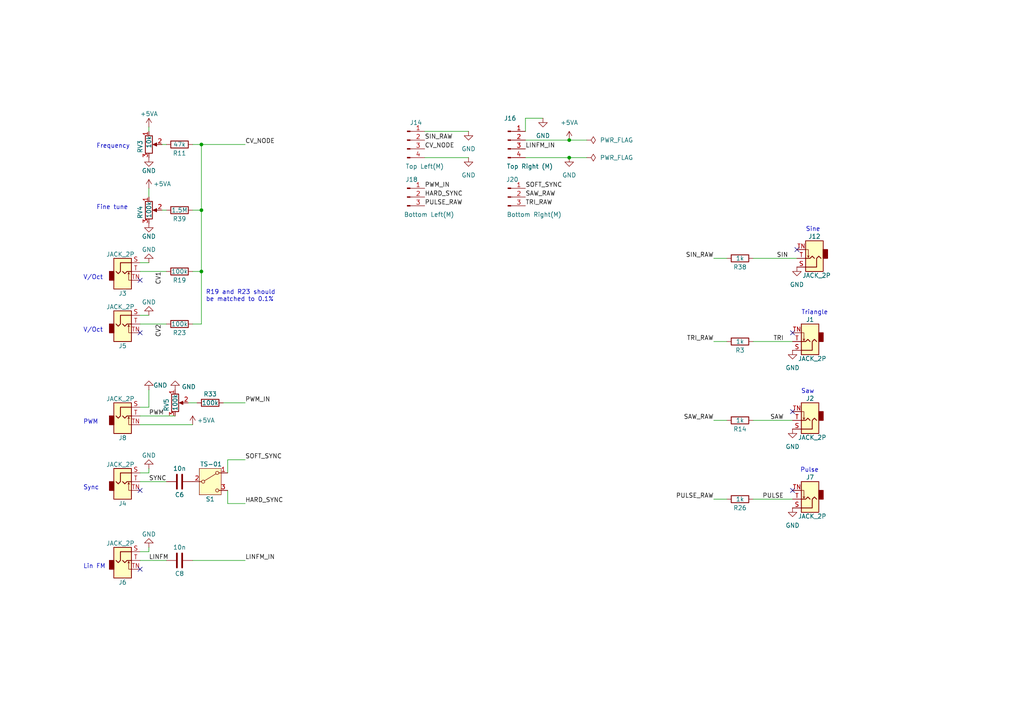
<source format=kicad_sch>
(kicad_sch (version 20250114) (generator "eeschema") (generator_version "9.0")
  (paper "A4")
  (lib_symbols
    (symbol "Connector:Conn_01x03_Pin" (pin_names (offset 1.016) (hide yes))
      (property "Reference" "J" (at 0 5.08 0))
      (property "Value" "Conn_01x03_Pin" (at 0 -5.08 0))
      (symbol "Conn_01x03_Pin_1_1"
        (rectangle (start 0.8636 2.667) (end 0 2.413) (stroke (width 0.1524)) (fill (type outline)))
        (rectangle (start 0.8636 0.127) (end 0 -0.127) (stroke (width 0.1524)) (fill (type outline)))
        (rectangle (start 0.8636 -2.413) (end 0 -2.667) (stroke (width 0.1524)) (fill (type outline)))
        (polyline (pts (xy 1.27 2.54) (xy 0.8636 2.54)) (stroke (width 0.1524)))
        (polyline (pts (xy 1.27 0) (xy 0.8636 0)) (stroke (width 0.1524)))
        (polyline (pts (xy 1.27 -2.54) (xy 0.8636 -2.54)) (stroke (width 0.1524)))
        (pin passive line (at 5.08 2.54 180) (length 3.81) (name "Pin_1") (number "1"))
        (pin passive line (at 5.08 0 180) (length 3.81) (name "Pin_2") (number "2"))
        (pin passive line (at 5.08 -2.54 180) (length 3.81) (name "Pin_3") (number "3"))
      )
    )
    (symbol "Connector:Conn_01x04_Pin" (pin_names (offset 1.016) (hide yes))
      (property "Reference" "J" (at 0 5.08 0))
      (property "Value" "Conn_01x04_Pin" (at 0 -7.62 0))
      (symbol "Conn_01x04_Pin_1_1"
        (rectangle (start 0.8636 2.667) (end 0 2.413) (stroke (width 0.1524)) (fill (type outline)))
        (rectangle (start 0.8636 0.127) (end 0 -0.127) (stroke (width 0.1524)) (fill (type outline)))
        (rectangle (start 0.8636 -2.413) (end 0 -2.667) (stroke (width 0.1524)) (fill (type outline)))
        (rectangle (start 0.8636 -4.953) (end 0 -5.207) (stroke (width 0.1524)) (fill (type outline)))
        (polyline (pts (xy 1.27 2.54) (xy 0.8636 2.54)) (stroke (width 0.1524)))
        (polyline (pts (xy 1.27 0) (xy 0.8636 0)) (stroke (width 0.1524)))
        (polyline (pts (xy 1.27 -2.54) (xy 0.8636 -2.54)) (stroke (width 0.1524)))
        (polyline (pts (xy 1.27 -5.08) (xy 0.8636 -5.08)) (stroke (width 0.1524)))
        (pin passive line (at 5.08 2.54 180) (length 3.81) (name "Pin_1") (number "1"))
        (pin passive line (at 5.08 0 180) (length 3.81) (name "Pin_2") (number "2"))
        (pin passive line (at 5.08 -2.54 180) (length 3.81) (name "Pin_3") (number "3"))
        (pin passive line (at 5.08 -5.08 180) (length 3.81) (name "Pin_4") (number "4"))
      )
    )
    (symbol "Device:C" (pin_numbers (hide yes)) (pin_names (offset 0.254))
      (property "Reference" "C" (at 0.635 2.54 0))
      (property "Value" "C" (at 0.635 -2.54 0))
      (symbol "C_0_1"
        (polyline (pts (xy -2.032 0.762) (xy 2.032 0.762)) (stroke (width 0.508)))
        (polyline (pts (xy -2.032 -0.762) (xy 2.032 -0.762)) (stroke (width 0.508)))
      )
      (symbol "C_1_1"
        (pin passive line (at 0 3.81 270) (length 2.794) (name "~") (number "1"))
        (pin passive line (at 0 -3.81 90) (length 2.794) (name "~") (number "2"))
      )
    )
    (symbol "Device:R" (pin_numbers (hide yes)) (pin_names (offset 0))
      (property "Reference" "R" (at 2.032 0 90))
      (property "Value" "R" (at 0 0 90))
      (symbol "R_0_1"
        (rectangle (start -1.016 -2.54) (end 1.016 2.54) (stroke (width 0.254)))
      )
      (symbol "R_1_1"
        (pin passive line (at 0 3.81 270) (length 1.27) (name "~") (number "1"))
        (pin passive line (at 0 -3.81 90) (length 1.27) (name "~") (number "2"))
      )
    )
    (symbol "Device:R_Potentiometer" (pin_names (offset 1.016) (hide yes))
      (property "Reference" "RV" (at -4.445 0 90))
      (property "Value" "R_Potentiometer" (at -2.54 0 90))
      (symbol "R_Potentiometer_0_1"
        (rectangle (start 1.016 2.54) (end -1.016 -2.54) (stroke (width 0.254)))
        (polyline (pts (xy 1.143 0) (xy 2.286 0.508) (xy 2.286 -0.508) (xy 1.143 0)) (fill (type outline)))
        (polyline (pts (xy 2.54 0) (xy 1.524 0)))
      )
      (symbol "R_Potentiometer_1_1"
        (pin passive line (at 0 3.81 270) (length 1.27) (name "1") (number "1"))
        (pin passive line (at 0 -3.81 90) (length 1.27) (name "3") (number "3"))
        (pin passive line (at 3.81 0 180) (length 1.27) (name "2") (number "2"))
      )
    )
    (symbol "Switch:SW_SPDT" (pin_names (offset 0) (hide yes))
      (property "Reference" "SW" (at 0 5.08 0))
      (property "Value" "SW_SPDT" (at 0 -5.08 0))
      (symbol "SW_SPDT_0_1"
        (circle (center -2.032 0) (radius 0.4572))
        (polyline (pts (xy -1.651 0.254) (xy 1.651 2.286)))
        (circle (center 2.032 2.54) (radius 0.4572))
        (circle (center 2.032 -2.54) (radius 0.4572))
      )
      (symbol "SW_SPDT_1_1"
        (rectangle (start -3.175 3.81) (end 3.175 -3.81) (fill (type background)))
        (pin passive line (at -5.08 0 0) (length 2.54) (name "B") (number "2"))
        (pin passive line (at 5.08 2.54 180) (length 2.54) (name "A") (number "1"))
        (pin passive line (at 5.08 -2.54 180) (length 2.54) (name "C") (number "3"))
      )
    )
    (symbol "cem-3340:AudioJack2_SwitchT"
      (property "Reference" "J3" (at 0 -6.35 0))
      (property "Value" "JACK_2P" (at -0.635 4.9729 0))
      (symbol "AudioJack2_SwitchT_0_1"
        (rectangle (start -2.54 0) (end -3.81 -2.54) (stroke (width 0.254)) (fill (type outline)))
        (polyline (pts (xy 0 0) (xy 0.635 -0.635) (xy 1.27 0) (xy 2.54 0)) (stroke (width 0.254)))
        (polyline (pts (xy 1.778 -0.254) (xy 2.032 -0.762)))
        (rectangle (start 2.54 3.81) (end -2.54 -5.08) (stroke (width 0.254)) (fill (type background)))
        (polyline (pts (xy 2.54 2.54) (xy -0.635 2.54) (xy -0.635 0) (xy -1.27 -0.635) (xy -1.905 0)) (stroke (width 0.254)))
        (polyline (pts (xy 2.54 -2.54) (xy 1.778 -2.54) (xy 1.778 -0.254) (xy 1.524 -0.762)))
      )
      (symbol "AudioJack2_SwitchT_1_1"
        (pin passive line (at 5.08 2.54 180) (length 2.54) (name "~") (number "S"))
        (pin passive line (at 5.08 0 180) (length 2.54) (name "~") (number "T"))
        (pin passive line (at 5.08 -2.54 180) (length 2.54) (name "~") (number "TN"))
      )
    )
    (symbol "power:+5VA" (power) (pin_numbers (hide yes)) (pin_names (offset 0) (hide yes))
      (property "Value" "+5VA" (at 0 3.556 0))
      (symbol "+5VA_0_1"
        (polyline (pts (xy -0.762 1.27) (xy 0 2.54)))
        (polyline (pts (xy 0 2.54) (xy 0.762 1.27)))
        (polyline (pts (xy 0 0) (xy 0 2.54)))
      )
      (symbol "+5VA_1_1"
        (pin power_in line (at 0 0 90) (length 0) (name "~") (number "1"))
      )
    )
    (symbol "power:GND" (power) (pin_numbers (hide yes)) (pin_names (offset 0) (hide yes))
      (property "Value" "GND" (at 0 -3.81 0))
      (symbol "GND_0_1"
        (polyline (pts (xy 0 0) (xy 0 -1.27) (xy 1.27 -1.27) (xy 0 -2.54) (xy -1.27 -1.27) (xy 0 -1.27)))
      )
      (symbol "GND_1_1"
        (pin power_in line (at 0 0 270) (length 0) (name "~") (number "1"))
      )
    )
    (symbol "power:PWR_FLAG" (power) (pin_numbers (hide yes)) (pin_names (offset 0) (hide yes))
      (property "Value" "PWR_FLAG" (at 0 3.81 0))
      (symbol "PWR_FLAG_0_0"
        (pin power_out line (at 0 0 90) (length 0) (name "~") (number "1"))
      )
      (symbol "PWR_FLAG_0_1"
        (polyline (pts (xy 0 0) (xy 0 1.27) (xy -1.016 1.905) (xy 0 2.54) (xy 1.016 1.905) (xy 0 1.27)))
      )
    )
  )
  (text "Frequency" (at 27.94 43.18 0) (effects (font (size 1.27 1.27)) (justify left bottom)))
  (text "Lin FM" (at 24.13 165.1 0) (effects (font (size 1.27 1.27)) (justify left bottom)))
  (text "V/Oct\n" (at 24.13 81.28 0) (effects (font (size 1.27 1.27)) (justify left bottom)))
  (text "Sine" (at 233.68 67.31 0) (effects (font (size 1.27 1.27)) (justify left bottom)))
  (text "Pulse" (at 237.49 137.16 0) (effects (font (size 1.27 1.27)) (justify right bottom)))
  (text "R19 and R23 should\nbe matched to 0.1%" (at 59.69 87.63 0) (effects (font (size 1.27 1.27)) (justify left bottom)))
  (text "Saw" (at 236.22 114.3 0) (effects (font (size 1.27 1.27)) (justify right bottom)))
  (text "PWM" (at 24.13 123.19 0) (effects (font (size 1.27 1.27)) (justify left bottom)))
  (text "Fine tune" (at 27.94 60.96 0) (effects (font (size 1.27 1.27)) (justify left bottom)))
  (text "V/Oct\n" (at 24.13 96.52 0) (effects (font (size 1.27 1.27)) (justify left bottom)))
  (text "Triangle" (at 232.41 91.44 0) (effects (font (size 1.27 1.27)) (justify left bottom)))
  (text "Sync" (at 24.13 142.24 0) (effects (font (size 1.27 1.27)) (justify left bottom)))
  (junction (at 165.1 45.72))
  (junction (at 58.42 60.96))
  (junction (at 165.1 40.64))
  (junction (at 58.42 41.91))
  (junction (at 58.42 78.74))
  (no_connect (at 40.64 165.1))
  (no_connect (at 40.64 81.28))
  (no_connect (at 40.64 96.52))
  (no_connect (at 229.87 142.24))
  (no_connect (at 231.14 72.39))
  (no_connect (at 40.64 142.24))
  (no_connect (at 229.87 96.52))
  (no_connect (at 229.87 119.38))
  (wire (pts (xy 55.88 78.74) (xy 58.42 78.74)))
  (wire (pts (xy 152.4 40.64) (xy 165.1 40.64)))
  (wire (pts (xy 46.99 41.91) (xy 48.26 41.91)))
  (wire (pts (xy 54.61 116.84) (xy 57.15 116.84)))
  (wire (pts (xy 207.01 99.06) (xy 210.82 99.06)))
  (wire (pts (xy 40.64 91.44) (xy 43.18 91.44)))
  (wire (pts (xy 58.42 60.96) (xy 58.42 41.91)))
  (wire (pts (xy 40.64 78.74) (xy 48.26 78.74)))
  (wire (pts (xy 218.44 121.92) (xy 229.87 121.92)))
  (wire (pts (xy 43.18 158.75) (xy 43.18 160.02)))
  (wire (pts (xy 40.64 162.56) (xy 48.26 162.56)))
  (wire (pts (xy 152.4 34.29) (xy 157.48 34.29)))
  (wire (pts (xy 40.64 139.7) (xy 48.26 139.7)))
  (wire (pts (xy 40.64 93.98) (xy 48.26 93.98)))
  (wire (pts (xy 43.18 135.89) (xy 43.18 137.16)))
  (wire (pts (xy 55.88 162.56) (xy 71.12 162.56)))
  (wire (pts (xy 152.4 38.1) (xy 152.4 34.29)))
  (wire (pts (xy 43.18 36.83) (xy 43.18 38.1)))
  (wire (pts (xy 66.04 146.05) (xy 66.04 142.24)))
  (wire (pts (xy 40.64 123.19) (xy 55.88 123.19)))
  (wire (pts (xy 71.12 116.84) (xy 64.77 116.84)))
  (wire (pts (xy 58.42 78.74) (xy 58.42 93.98)))
  (wire (pts (xy 165.1 40.64) (xy 170.18 40.64)))
  (wire (pts (xy 218.44 144.78) (xy 229.87 144.78)))
  (wire (pts (xy 123.19 45.72) (xy 135.89 45.72)))
  (wire (pts (xy 207.01 144.78) (xy 210.82 144.78)))
  (wire (pts (xy 43.18 113.03) (xy 43.18 118.11)))
  (wire (pts (xy 58.42 41.91) (xy 71.12 41.91)))
  (wire (pts (xy 218.44 74.93) (xy 231.14 74.93)))
  (wire (pts (xy 46.99 60.96) (xy 48.26 60.96)))
  (wire (pts (xy 218.44 99.06) (xy 229.87 99.06)))
  (wire (pts (xy 152.4 45.72) (xy 165.1 45.72)))
  (wire (pts (xy 43.18 137.16) (xy 40.64 137.16)))
  (wire (pts (xy 66.04 146.05) (xy 71.12 146.05)))
  (wire (pts (xy 43.18 160.02) (xy 40.64 160.02)))
  (wire (pts (xy 207.01 74.93) (xy 210.82 74.93)))
  (wire (pts (xy 43.18 57.15) (xy 43.18 54.61)))
  (wire (pts (xy 66.04 133.35) (xy 71.12 133.35)))
  (wire (pts (xy 66.04 133.35) (xy 66.04 137.16)))
  (wire (pts (xy 58.42 78.74) (xy 58.42 60.96)))
  (wire (pts (xy 58.42 60.96) (xy 55.88 60.96)))
  (wire (pts (xy 40.64 118.11) (xy 43.18 118.11)))
  (wire (pts (xy 207.01 121.92) (xy 210.82 121.92)))
  (wire (pts (xy 40.64 76.2) (xy 43.18 76.2)))
  (wire (pts (xy 55.88 41.91) (xy 58.42 41.91)))
  (wire (pts (xy 165.1 45.72) (xy 170.18 45.72)))
  (wire (pts (xy 58.42 93.98) (xy 55.88 93.98)))
  (wire (pts (xy 123.19 38.1) (xy 135.89 38.1)))
  (wire (pts (xy 40.64 120.65) (xy 50.8 120.65)))
  (label "CV_NODE" (at 123.19 43.18 0))
  (label "SOFT_SYNC" (at 152.4 54.61 0))
  (label "SAW_RAW" (at 207.01 121.92 180))
  (label "HARD_SYNC" (at 71.12 146.05 0))
  (label "CV_NODE" (at 71.12 41.91 0))
  (label "PWM_IN" (at 123.19 54.61 0))
  (label "CV1" (at 46.99 78.74 270))
  (label "SIN_RAW" (at 123.19 40.64 0))
  (label "SOFT_SYNC" (at 71.12 133.35 0))
  (label "PULSE_RAW" (at 123.19 59.69 0))
  (label "PWM" (at 43.18 120.65 0))
  (label "SAW" (at 227.33 121.92 180))
  (label "PWM_IN" (at 71.12 116.84 0))
  (label "SIN_RAW" (at 207.01 74.93 180))
  (label "LINFM_IN" (at 152.4 43.18 0))
  (label "HARD_SYNC" (at 123.19 57.15 0))
  (label "TRI_RAW" (at 207.01 99.06 180))
  (label "LINFM_IN" (at 71.12 162.56 0))
  (label "SYNC" (at 43.18 139.7 0))
  (label "PULSE" (at 227.33 144.78 180))
  (label "SIN" (at 228.6 74.93 180))
  (label "PULSE_RAW" (at 207.01 144.78 180))
  (label "LINFM" (at 43.18 162.56 0))
  (label "CV2" (at 46.99 93.98 270))
  (label "SAW_RAW" (at 152.4 57.15 0))
  (label "TRI" (at 227.33 99.06 180))
  (label "TRI_RAW" (at 152.4 59.69 0))
  (symbol (lib_id "cem-3340:AudioJack2_SwitchT") (at 35.56 139.7 0) (unit 1)
    (property "Reference" "J4" (at 35.56 146.05 0))
    (property "Value" "JACK_2P" (at 34.925 134.7271 0))
    (property "Footprint" "Connector_Audio:Jack_3.5mm_QingPu_WQP-PJ398SM_Vertical_CircularHoles" (effects (hide yes)))
  )
  (symbol (lib_id "power:GND") (at 229.87 147.32 0) (unit 1)
    (property "Reference" "#PWR0151" (effects (hide yes)))
    (property "Value" "GND" (at 229.87 152.4 0))
    (property "Description" "Power symbol creates a global label with name \"GND\" , ground" (effects (hide yes)))
  )
  (symbol (lib_id "cem-3340:AudioJack2_SwitchT") (at 234.95 121.92 180) (unit 1)
    (property "Reference" "J2" (at 234.95 115.57 0))
    (property "Value" "JACK_2P" (at 235.585 126.8929 0))
    (property "Footprint" "Connector_Audio:Jack_3.5mm_QingPu_WQP-PJ398SM_Vertical_CircularHoles" (effects (hide yes)))
  )
  (symbol (lib_id "power:PWR_FLAG") (at 170.18 45.72 270) (unit 1)
    (property "Reference" "#FLG0102" (effects (hide yes)))
    (property "Value" "PWR_FLAG" (at 173.99 45.7199 90) (effects (justify left)))
    (property "Description" "Special symbol for telling ERC where power comes from" (effects (hide yes)))
  )
  (symbol (lib_id "cem-3340:AudioJack2_SwitchT") (at 35.56 162.56 0) (unit 1)
    (property "Reference" "J6" (at 35.56 168.91 0))
    (property "Value" "JACK_2P" (at 34.925 157.5871 0))
    (property "Footprint" "Connector_Audio:Jack_3.5mm_QingPu_WQP-PJ398SM_Vertical_CircularHoles" (effects (hide yes)))
  )
  (symbol (lib_id "power:GND") (at 229.87 101.6 0) (unit 1)
    (property "Reference" "#PWR0142" (effects (hide yes)))
    (property "Value" "GND" (at 229.87 106.68 0))
    (property "Description" "Power symbol creates a global label with name \"GND\" , ground" (effects (hide yes)))
  )
  (symbol (lib_id "Switch:SW_SPDT") (at 60.96 139.7 0) (unit 1)
    (property "Reference" "S1" (at 60.96 144.78 0))
    (property "Value" "TS-01" (at 61.214 134.62 0))
    (property "Footprint" "cem-3340:Sub-Miniature SPDT" (effects (hide yes)))
    (property "Description" "Switch, single pole double throw" (effects (hide yes)))
  )
  (symbol (lib_id "Device:R") (at 52.07 60.96 90) (unit 1)
    (property "Reference" "R39" (at 52.07 63.5 90))
    (property "Value" "1.5M" (at 52.07 60.96 90))
    (property "Footprint" "Resistor_THT:R_Axial_DIN0207_L6.3mm_D2.5mm_P7.62mm_Horizontal" (effects (hide yes)))
  )
  (symbol (lib_id "power:GND") (at 135.89 38.1 0) (unit 1)
    (property "Reference" "#PWR0104" (effects (hide yes)))
    (property "Value" "GND" (at 135.89 43.18 0))
    (property "Description" "Power symbol creates a global label with name \"GND\" , ground" (effects (hide yes)))
  )
  (symbol (lib_id "power:GND") (at 43.18 45.72 0) (unit 1)
    (property "Reference" "#PWR0120" (effects (hide yes)))
    (property "Value" "GND" (at 43.18 49.53 0))
    (property "Description" "Power symbol creates a global label with name \"GND\" , ground" (effects (hide yes)))
  )
  (symbol (lib_id "Device:C") (at 52.07 139.7 90) (unit 1)
    (property "Reference" "C6" (at 52.07 143.51 90))
    (property "Value" "10n" (at 52.07 135.89 90))
    (property "Footprint" "Capacitor_THT:C_Rect_L4.6mm_W3.0mm_P2.50mm_MKS02_FKP02" (effects (hide yes)))
  )
  (symbol (lib_id "Connector:Conn_01x04_Pin") (at 118.11 40.64 0) (unit 1)
    (property "Reference" "J14" (at 120.65 35.56 0))
    (property "Value" "Top Left(M)" (at 123.19 48.26 0))
    (property "Footprint" "Connector_PinHeader_2.54mm:PinHeader_1x04_P2.54mm_Vertical" (effects (hide yes)))
    (property "Description" "Generic connector, single row, 01x04, script generated" (effects (hide yes)))
  )
  (symbol (lib_id "Device:R") (at 52.07 78.74 90) (unit 1)
    (property "Reference" "R19" (at 52.07 81.28 90))
    (property "Value" "100k" (at 52.07 78.74 90))
    (property "Footprint" "Resistor_THT:R_Axial_DIN0207_L6.3mm_D2.5mm_P7.62mm_Horizontal" (effects (hide yes)))
  )
  (symbol (lib_id "cem-3340:AudioJack2_SwitchT") (at 236.22 74.93 180) (unit 1)
    (property "Reference" "J12" (at 236.22 68.58 0))
    (property "Value" "JACK_2P" (at 236.855 79.9029 0))
    (property "Footprint" "Connector_Audio:Jack_3.5mm_QingPu_WQP-PJ398SM_Vertical_CircularHoles" (effects (hide yes)))
  )
  (symbol (lib_id "Connector:Conn_01x04_Pin") (at 147.32 40.64 0) (unit 1)
    (property "Reference" "J16" (at 147.955 34.324 0))
    (property "Value" "Top Right (M)" (at 153.67 48.26 0))
    (property "Footprint" "Connector_PinHeader_2.54mm:PinHeader_1x04_P2.54mm_Vertical" (effects (hide yes)))
    (property "Description" "Generic connector, single row, 01x04, script generated" (effects (hide yes)))
  )
  (symbol (lib_id "cem-3340:AudioJack2_SwitchT") (at 234.95 99.06 180) (unit 1)
    (property "Reference" "J1" (at 234.95 92.71 0))
    (property "Value" "JACK_2P" (at 235.585 104.0329 0))
    (property "Footprint" "Connector_Audio:Jack_3.5mm_QingPu_WQP-PJ398SM_Vertical_CircularHoles" (effects (hide yes)))
  )
  (symbol (lib_id "power:GND") (at 50.8 113.03 180) (unit 1)
    (property "Reference" "#PWR0128" (effects (hide yes)))
    (property "Value" "GND" (at 52.705 112.1938 0) (effects (justify right)))
    (property "Description" "Power symbol creates a global label with name \"GND\" , ground" (effects (hide yes)))
  )
  (symbol (lib_id "Device:R_Potentiometer") (at 50.8 116.84 0) (unit 1)
    (property "Reference" "RV5" (at 48.26 115.57 90) (effects (justify right)))
    (property "Value" "100k" (at 50.8 114.3 90) (effects (justify right)))
    (property "Footprint" "cem-3340:Alpha Potentiometer" (effects (hide yes)))
    (property "Description" "Potentiometer" (effects (hide yes)))
  )
  (symbol (lib_id "power:GND") (at 229.87 124.46 0) (unit 1)
    (property "Reference" "#PWR0150" (effects (hide yes)))
    (property "Value" "GND" (at 229.87 129.54 0))
    (property "Description" "Power symbol creates a global label with name \"GND\" , ground" (effects (hide yes)))
  )
  (symbol (lib_id "power:GND") (at 43.18 91.44 180) (unit 1)
    (property "Reference" "#PWR0121" (effects (hide yes)))
    (property "Value" "GND" (at 43.18 87.63 0))
    (property "Description" "Power symbol creates a global label with name \"GND\" , ground" (effects (hide yes)))
  )
  (symbol (lib_id "Connector:Conn_01x03_Pin") (at 118.11 57.15 0) (unit 1)
    (property "Reference" "J18" (at 119.38 52.07 0))
    (property "Value" "Bottom Left(M)" (at 124.46 62.23 0))
    (property "Footprint" "Connector_PinHeader_2.54mm:PinHeader_1x03_P2.54mm_Vertical" (effects (hide yes)))
    (property "Description" "Generic connector, single row, 01x03, script generated" (effects (hide yes)))
  )
  (symbol (lib_id "Device:R") (at 214.63 144.78 270) (unit 1)
    (property "Reference" "R26" (at 214.63 147.32 90))
    (property "Value" "1k" (at 214.63 144.78 90))
    (property "Footprint" "Resistor_THT:R_Axial_DIN0207_L6.3mm_D2.5mm_P7.62mm_Horizontal" (effects (hide yes)))
  )
  (symbol (lib_id "Device:R") (at 214.63 99.06 270) (unit 1)
    (property "Reference" "R3" (at 214.63 101.6 90))
    (property "Value" "1k" (at 214.63 99.06 90))
    (property "Footprint" "Resistor_THT:R_Axial_DIN0207_L6.3mm_D2.5mm_P7.62mm_Horizontal" (effects (hide yes)))
  )
  (symbol (lib_id "Device:R_Potentiometer") (at 43.18 41.91 0) (unit 1)
    (property "Reference" "RV3" (at 40.64 40.64 90) (effects (justify right)))
    (property "Value" "10k" (at 43.18 39.37 90) (effects (justify right)))
    (property "Footprint" "cem-3340:Alpha Potentiometer" (effects (hide yes)))
    (property "Description" "Potentiometer" (effects (hide yes)))
  )
  (symbol (lib_id "power:+5VA") (at 55.88 123.19 0) (unit 1)
    (property "Reference" "#PWR0102" (effects (hide yes)))
    (property "Value" "+5VA" (at 57.15 121.92 0) (effects (justify left)))
    (property "Description" "Power symbol creates a global label with name \"+5VA\"" (effects (hide yes)))
  )
  (symbol (lib_id "cem-3340:AudioJack2_SwitchT") (at 35.56 120.65 0) (unit 1)
    (property "Reference" "J8" (at 35.56 127 0))
    (property "Value" "JACK_2P" (at 34.925 115.6771 0))
    (property "Footprint" "Connector_Audio:Jack_3.5mm_QingPu_WQP-PJ398SM_Vertical_CircularHoles" (effects (hide yes)))
  )
  (symbol (lib_id "cem-3340:AudioJack2_SwitchT") (at 234.95 144.78 180) (unit 1)
    (property "Reference" "J7" (at 234.95 138.43 0))
    (property "Value" "JACK_2P" (at 235.585 149.7529 0))
    (property "Footprint" "Connector_Audio:Jack_3.5mm_QingPu_WQP-PJ398SM_Vertical_CircularHoles" (effects (hide yes)))
  )
  (symbol (lib_id "power:+5VA") (at 43.18 54.61 0) (unit 1)
    (property "Reference" "#PWR0101" (effects (hide yes)))
    (property "Value" "+5VA" (at 44.45 53.34 0) (effects (justify left)))
    (property "Description" "Power symbol creates a global label with name \"+5VA\"" (effects (hide yes)))
  )
  (symbol (lib_id "power:+5VA") (at 165.1 40.64 0) (unit 1)
    (property "Reference" "#PWR0153" (effects (hide yes)))
    (property "Value" "+5VA" (at 165.1 35.56 0))
    (property "Description" "Power symbol creates a global label with name \"+5VA\"" (effects (hide yes)))
  )
  (symbol (lib_id "Device:R") (at 52.07 41.91 90) (unit 1)
    (property "Reference" "R11" (at 52.07 44.45 90))
    (property "Value" "47k" (at 52.07 41.91 90))
    (property "Footprint" "Resistor_THT:R_Axial_DIN0207_L6.3mm_D2.5mm_P7.62mm_Horizontal" (effects (hide yes)))
  )
  (symbol (lib_id "Device:R") (at 60.96 116.84 90) (unit 1)
    (property "Reference" "R33" (at 60.96 114.3 90))
    (property "Value" "100k" (at 60.96 116.84 90))
    (property "Footprint" "Resistor_THT:R_Axial_DIN0207_L6.3mm_D2.5mm_P7.62mm_Horizontal" (effects (hide yes)))
  )
  (symbol (lib_id "cem-3340:AudioJack2_SwitchT") (at 35.56 93.98 0) (unit 1)
    (property "Reference" "J5" (at 35.56 100.33 0))
    (property "Value" "JACK_2P" (at 34.925 89.0071 0))
    (property "Footprint" "Connector_Audio:Jack_3.5mm_QingPu_WQP-PJ398SM_Vertical_CircularHoles" (effects (hide yes)))
  )
  (symbol (lib_id "power:GND") (at 43.18 64.77 0) (unit 1)
    (property "Reference" "#PWR0124" (effects (hide yes)))
    (property "Value" "GND" (at 43.18 68.58 0))
    (property "Description" "Power symbol creates a global label with name \"GND\" , ground" (effects (hide yes)))
  )
  (symbol (lib_id "Device:C") (at 52.07 162.56 90) (unit 1)
    (property "Reference" "C8" (at 52.07 166.37 90))
    (property "Value" "10n" (at 52.07 158.75 90))
    (property "Footprint" "Capacitor_THT:C_Rect_L4.6mm_W3.0mm_P2.50mm_MKS02_FKP02" (effects (hide yes)))
  )
  (symbol (lib_id "cem-3340:AudioJack2_SwitchT") (at 35.56 78.74 0) (unit 1)
    (property "Reference" "J3" (at 35.56 85.09 0))
    (property "Value" "JACK_2P" (at 34.925 73.7671 0))
    (property "Footprint" "Connector_Audio:Jack_3.5mm_QingPu_WQP-PJ398SM_Vertical_CircularHoles" (effects (hide yes)))
  )
  (symbol (lib_id "power:PWR_FLAG") (at 170.18 40.64 270) (unit 1)
    (property "Reference" "#FLG0101" (effects (hide yes)))
    (property "Value" "PWR_FLAG" (at 173.99 40.6399 90) (effects (justify left)))
    (property "Description" "Special symbol for telling ERC where power comes from" (effects (hide yes)))
  )
  (symbol (lib_id "power:GND") (at 43.18 135.89 180) (unit 1)
    (property "Reference" "#PWR0136" (effects (hide yes)))
    (property "Value" "GND" (at 43.18 132.08 0))
    (property "Description" "Power symbol creates a global label with name \"GND\" , ground" (effects (hide yes)))
  )
  (symbol (lib_id "Connector:Conn_01x03_Pin") (at 147.32 57.15 0) (unit 1)
    (property "Reference" "J20" (at 148.59 52.07 0))
    (property "Value" "Bottom Right(M)" (at 154.94 62.23 0))
    (property "Footprint" "Connector_PinHeader_2.54mm:PinHeader_1x03_P2.54mm_Vertical" (effects (hide yes)))
    (property "Description" "Generic connector, single row, 01x03, script generated" (effects (hide yes)))
  )
  (symbol (lib_id "power:GND") (at 43.18 113.03 180) (unit 1)
    (property "Reference" "#PWR0129" (effects (hide yes)))
    (property "Value" "GND" (at 44.45 111.76 0) (effects (justify right)))
    (property "Description" "Power symbol creates a global label with name \"GND\" , ground" (effects (hide yes)))
  )
  (symbol (lib_id "power:+5VA") (at 43.18 36.83 0) (unit 1)
    (property "Reference" "#PWR0119" (effects (hide yes)))
    (property "Value" "+5VA" (at 40.64 33.02 0) (effects (justify left)))
    (property "Description" "Power symbol creates a global label with name \"+5VA\"" (effects (hide yes)))
  )
  (symbol (lib_id "power:GND") (at 43.18 158.75 180) (unit 1)
    (property "Reference" "#PWR0138" (effects (hide yes)))
    (property "Value" "GND" (at 43.18 154.94 0))
    (property "Description" "Power symbol creates a global label with name \"GND\" , ground" (effects (hide yes)))
  )
  (symbol (lib_id "Device:R") (at 214.63 121.92 270) (unit 1)
    (property "Reference" "R14" (at 214.63 124.46 90))
    (property "Value" "1k" (at 214.63 121.92 90))
    (property "Footprint" "Resistor_THT:R_Axial_DIN0207_L6.3mm_D2.5mm_P7.62mm_Horizontal" (effects (hide yes)))
  )
  (symbol (lib_id "power:GND") (at 165.1 45.72 0) (unit 1)
    (property "Reference" "#PWR0123" (effects (hide yes)))
    (property "Value" "GND" (at 165.1 50.8 0))
    (property "Description" "Power symbol creates a global label with name \"GND\" , ground" (effects (hide yes)))
  )
  (symbol (lib_id "power:GND") (at 157.48 34.29 0) (unit 1)
    (property "Reference" "#PWR0105" (effects (hide yes)))
    (property "Value" "GND" (at 157.48 39.37 0))
    (property "Description" "Power symbol creates a global label with name \"GND\" , ground" (effects (hide yes)))
  )
  (symbol (lib_id "Device:R_Potentiometer") (at 43.18 60.96 0) (unit 1)
    (property "Reference" "RV4" (at 40.64 59.69 90) (effects (justify right)))
    (property "Value" "100k" (at 43.18 58.42 90) (effects (justify right)))
    (property "Footprint" "cem-3340:Alpha Potentiometer" (effects (hide yes)))
    (property "Description" "Potentiometer" (effects (hide yes)))
  )
  (symbol (lib_id "power:GND") (at 135.89 45.72 0) (unit 1)
    (property "Reference" "#PWR0103" (effects (hide yes)))
    (property "Value" "GND" (at 135.89 50.8 0))
    (property "Description" "Power symbol creates a global label with name \"GND\" , ground" (effects (hide yes)))
  )
  (symbol (lib_id "power:GND") (at 231.14 77.47 0) (unit 1)
    (property "Reference" "#PWR0143" (effects (hide yes)))
    (property "Value" "GND" (at 231.14 82.55 0))
    (property "Description" "Power symbol creates a global label with name \"GND\" , ground" (effects (hide yes)))
  )
  (symbol (lib_id "Device:R") (at 214.63 74.93 270) (unit 1)
    (property "Reference" "R38" (at 214.63 77.47 90))
    (property "Value" "1k" (at 214.63 74.93 90))
    (property "Footprint" "Resistor_THT:R_Axial_DIN0207_L6.3mm_D2.5mm_P7.62mm_Horizontal" (effects (hide yes)))
  )
  (symbol (lib_id "Device:R") (at 52.07 93.98 90) (unit 1)
    (property "Reference" "R23" (at 52.07 96.52 90))
    (property "Value" "100k" (at 52.07 93.98 90))
    (property "Footprint" "Resistor_THT:R_Axial_DIN0207_L6.3mm_D2.5mm_P7.62mm_Horizontal" (effects (hide yes)))
  )
  (symbol (lib_id "power:GND") (at 43.18 76.2 180) (unit 1)
    (property "Reference" "#PWR0122" (effects (hide yes)))
    (property "Value" "GND" (at 43.18 72.39 0))
    (property "Description" "Power symbol creates a global label with name \"GND\" , ground" (effects (hide yes)))
  )
)
</source>
